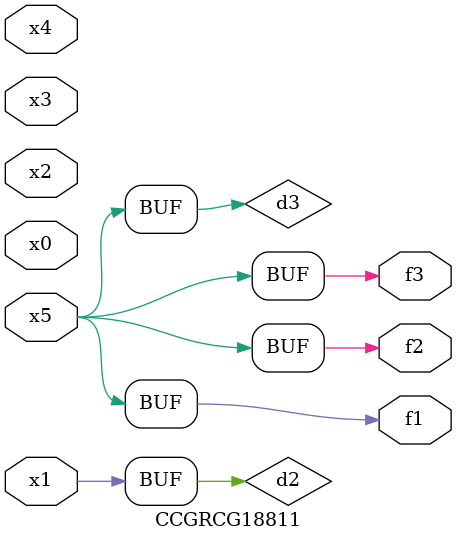
<source format=v>
module CCGRCG18811(
	input x0, x1, x2, x3, x4, x5,
	output f1, f2, f3
);

	wire d1, d2, d3;

	not (d1, x5);
	or (d2, x1);
	xnor (d3, d1);
	assign f1 = d3;
	assign f2 = d3;
	assign f3 = d3;
endmodule

</source>
